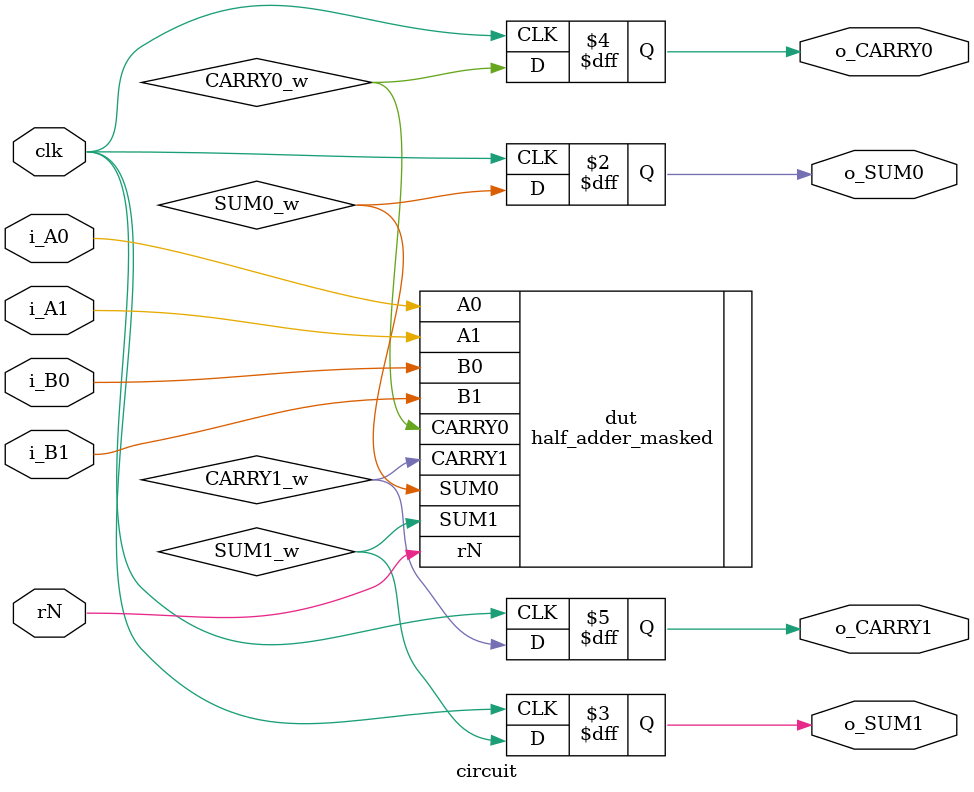
<source format=v>
module circuit (
    input  wire clk,

    input  wire i_A0,
    input  wire i_A1,
    input  wire i_B0,
    input  wire i_B1,
    input  wire rN,

    output reg  o_SUM0,
    output reg  o_SUM1,
    output reg  o_CARRY0,
    output reg  o_CARRY1
);

    wire SUM0_w, SUM1_w;
    wire CARRY0_w, CARRY1_w;

    half_adder_masked dut (
        .A0(i_A0),
        .A1(i_A1),
        .B0(i_B0),
        .B1(i_B1),
        .rN(rN),
        .SUM0(SUM0_w),
        .SUM1(SUM1_w),
        .CARRY0(CARRY0_w),
        .CARRY1(CARRY1_w)
    );

    // Register outputs (required for PROLEAD)
    always @(posedge clk) begin
        o_SUM0   <= SUM0_w;
        o_SUM1   <= SUM1_w;
        o_CARRY0 <= CARRY0_w;
        o_CARRY1 <= CARRY1_w;
    end

endmodule

</source>
